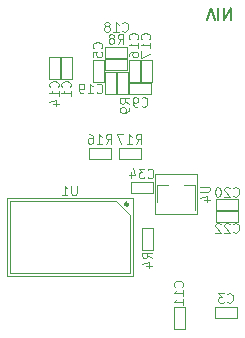
<source format=gbr>
%TF.GenerationSoftware,KiCad,Pcbnew,(5.1.6)-1*%
%TF.CreationDate,2020-09-21T21:17:43+08:00*%
%TF.ProjectId,f1c200s_core,66316332-3030-4735-9f63-6f72652e6b69,rev?*%
%TF.SameCoordinates,Original*%
%TF.FileFunction,Legend,Bot*%
%TF.FilePolarity,Positive*%
%FSLAX46Y46*%
G04 Gerber Fmt 4.6, Leading zero omitted, Abs format (unit mm)*
G04 Created by KiCad (PCBNEW (5.1.6)-1) date 2020-09-21 21:17:43*
%MOMM*%
%LPD*%
G01*
G04 APERTURE LIST*
%ADD10C,0.150000*%
%ADD11C,0.120000*%
%ADD12C,0.254000*%
G04 APERTURE END LIST*
D10*
X108456761Y-50922619D02*
X108790095Y-49922619D01*
X109123428Y-50922619D01*
X109456761Y-49922619D02*
X109456761Y-50922619D01*
X109932952Y-49922619D02*
X109932952Y-50922619D01*
X110504380Y-49922619D01*
X110504380Y-50922619D01*
D11*
%TO.C,R17*%
X101002000Y-62656000D02*
X102862000Y-62656000D01*
X101002000Y-61716000D02*
X101002000Y-62656000D01*
X102862000Y-61716000D02*
X101002000Y-61716000D01*
X102862000Y-62656000D02*
X102862000Y-61716000D01*
%TO.C,R16*%
X98462000Y-62656000D02*
X100322000Y-62656000D01*
X98462000Y-61716000D02*
X98462000Y-62656000D01*
X100322000Y-61716000D02*
X98462000Y-61716000D01*
X100322000Y-62656000D02*
X100322000Y-61716000D01*
%TO.C,U4*%
X104289000Y-64855000D02*
X105219000Y-64855000D01*
X107449000Y-64855000D02*
X106519000Y-64855000D01*
X107619000Y-67315000D02*
X107619000Y-63915000D01*
X107619000Y-63915000D02*
X104119000Y-63915000D01*
X104119000Y-63915000D02*
X104119000Y-67315000D01*
X104119000Y-67315000D02*
X107619000Y-67315000D01*
X107449000Y-64855000D02*
X107449000Y-67015000D01*
X104289000Y-64855000D02*
X104289000Y-66315000D01*
D12*
%TO.C,U1*%
X101805000Y-66504000D02*
G75*
G03*
X101805000Y-66504000I-127000J0D01*
G01*
D11*
X102186000Y-65996000D02*
X91518000Y-65996000D01*
X102186000Y-72600000D02*
X102186000Y-65996000D01*
X91518000Y-72600000D02*
X102186000Y-72600000D01*
X91518000Y-65996000D02*
X91518000Y-72600000D01*
X101932000Y-72346000D02*
X101932000Y-67393000D01*
X91772000Y-72346000D02*
X101932000Y-72346000D01*
X91772000Y-66250000D02*
X91772000Y-72346000D01*
X100789000Y-66250000D02*
X91772000Y-66250000D01*
X101932000Y-67393000D02*
X100789000Y-66250000D01*
%TO.C,R9*%
X100827000Y-57147000D02*
X101767000Y-57147000D01*
X101767000Y-57147000D02*
X101767000Y-55287000D01*
X101767000Y-55287000D02*
X100827000Y-55287000D01*
X100827000Y-55287000D02*
X100827000Y-57147000D01*
%TO.C,R8*%
X99859000Y-54223000D02*
X99859000Y-55163000D01*
X99859000Y-55163000D02*
X101719000Y-55163000D01*
X101719000Y-55163000D02*
X101719000Y-54223000D01*
X101719000Y-54223000D02*
X99859000Y-54223000D01*
%TO.C,R4*%
X103926000Y-68495000D02*
X102986000Y-68495000D01*
X102986000Y-68495000D02*
X102986000Y-70355000D01*
X102986000Y-70355000D02*
X103926000Y-70355000D01*
X103926000Y-70355000D02*
X103926000Y-68495000D01*
%TO.C,C34*%
X103878000Y-65577000D02*
X103878000Y-64637000D01*
X103878000Y-64637000D02*
X102018000Y-64637000D01*
X102018000Y-64637000D02*
X102018000Y-65577000D01*
X102018000Y-65577000D02*
X103878000Y-65577000D01*
%TO.C,C22*%
X111117000Y-67990000D02*
X111117000Y-67050000D01*
X111117000Y-67050000D02*
X109257000Y-67050000D01*
X109257000Y-67050000D02*
X109257000Y-67990000D01*
X109257000Y-67990000D02*
X111117000Y-67990000D01*
%TO.C,C20*%
X111117000Y-66974000D02*
X111117000Y-66034000D01*
X111117000Y-66034000D02*
X109257000Y-66034000D01*
X109257000Y-66034000D02*
X109257000Y-66974000D01*
X109257000Y-66974000D02*
X111117000Y-66974000D01*
%TO.C,C19*%
X100751000Y-55287000D02*
X99811000Y-55287000D01*
X99811000Y-55287000D02*
X99811000Y-57147000D01*
X99811000Y-57147000D02*
X100751000Y-57147000D01*
X100751000Y-57147000D02*
X100751000Y-55287000D01*
%TO.C,C18*%
X101719000Y-54147000D02*
X101719000Y-53207000D01*
X101719000Y-53207000D02*
X99859000Y-53207000D01*
X99859000Y-53207000D02*
X99859000Y-54147000D01*
X99859000Y-54147000D02*
X101719000Y-54147000D01*
%TO.C,C17*%
X103799000Y-54271000D02*
X102859000Y-54271000D01*
X102859000Y-54271000D02*
X102859000Y-56131000D01*
X102859000Y-56131000D02*
X103799000Y-56131000D01*
X103799000Y-56131000D02*
X103799000Y-54271000D01*
%TO.C,C16*%
X102783000Y-54271000D02*
X101843000Y-54271000D01*
X101843000Y-54271000D02*
X101843000Y-56131000D01*
X101843000Y-56131000D02*
X102783000Y-56131000D01*
X102783000Y-56131000D02*
X102783000Y-54271000D01*
%TO.C,C14*%
X96052000Y-54017000D02*
X95112000Y-54017000D01*
X95112000Y-54017000D02*
X95112000Y-55877000D01*
X95112000Y-55877000D02*
X96052000Y-55877000D01*
X96052000Y-55877000D02*
X96052000Y-54017000D01*
%TO.C,C11*%
X105653000Y-77086000D02*
X106593000Y-77086000D01*
X106593000Y-77086000D02*
X106593000Y-75226000D01*
X106593000Y-75226000D02*
X105653000Y-75226000D01*
X105653000Y-75226000D02*
X105653000Y-77086000D01*
%TO.C,C9*%
X103751000Y-57195000D02*
X103751000Y-56255000D01*
X103751000Y-56255000D02*
X101891000Y-56255000D01*
X101891000Y-56255000D02*
X101891000Y-57195000D01*
X101891000Y-57195000D02*
X103751000Y-57195000D01*
%TO.C,C5*%
X99735000Y-54271000D02*
X98795000Y-54271000D01*
X98795000Y-54271000D02*
X98795000Y-56131000D01*
X98795000Y-56131000D02*
X99735000Y-56131000D01*
X99735000Y-56131000D02*
X99735000Y-54271000D01*
%TO.C,C3*%
X111013000Y-76118000D02*
X111013000Y-75178000D01*
X111013000Y-75178000D02*
X109153000Y-75178000D01*
X109153000Y-75178000D02*
X109153000Y-76118000D01*
X109153000Y-76118000D02*
X111013000Y-76118000D01*
%TO.C,C1*%
X96128000Y-55877000D02*
X97068000Y-55877000D01*
X97068000Y-55877000D02*
X97068000Y-54017000D01*
X97068000Y-54017000D02*
X96128000Y-54017000D01*
X96128000Y-54017000D02*
X96128000Y-55877000D01*
%TO.C,R17*%
X102446285Y-61377904D02*
X102712952Y-60996952D01*
X102903428Y-61377904D02*
X102903428Y-60577904D01*
X102598666Y-60577904D01*
X102522476Y-60616000D01*
X102484380Y-60654095D01*
X102446285Y-60730285D01*
X102446285Y-60844571D01*
X102484380Y-60920761D01*
X102522476Y-60958857D01*
X102598666Y-60996952D01*
X102903428Y-60996952D01*
X101684380Y-61377904D02*
X102141523Y-61377904D01*
X101912952Y-61377904D02*
X101912952Y-60577904D01*
X101989142Y-60692190D01*
X102065333Y-60768380D01*
X102141523Y-60806476D01*
X101417714Y-60577904D02*
X100884380Y-60577904D01*
X101227238Y-61377904D01*
%TO.C,R16*%
X99906285Y-61377904D02*
X100172952Y-60996952D01*
X100363428Y-61377904D02*
X100363428Y-60577904D01*
X100058666Y-60577904D01*
X99982476Y-60616000D01*
X99944380Y-60654095D01*
X99906285Y-60730285D01*
X99906285Y-60844571D01*
X99944380Y-60920761D01*
X99982476Y-60958857D01*
X100058666Y-60996952D01*
X100363428Y-60996952D01*
X99144380Y-61377904D02*
X99601523Y-61377904D01*
X99372952Y-61377904D02*
X99372952Y-60577904D01*
X99449142Y-60692190D01*
X99525333Y-60768380D01*
X99601523Y-60806476D01*
X98458666Y-60577904D02*
X98611047Y-60577904D01*
X98687238Y-60616000D01*
X98725333Y-60654095D01*
X98801523Y-60768380D01*
X98839619Y-60920761D01*
X98839619Y-61225523D01*
X98801523Y-61301714D01*
X98763428Y-61339809D01*
X98687238Y-61377904D01*
X98534857Y-61377904D01*
X98458666Y-61339809D01*
X98420571Y-61301714D01*
X98382476Y-61225523D01*
X98382476Y-61035047D01*
X98420571Y-60958857D01*
X98458666Y-60920761D01*
X98534857Y-60882666D01*
X98687238Y-60882666D01*
X98763428Y-60920761D01*
X98801523Y-60958857D01*
X98839619Y-61035047D01*
%TO.C,U4*%
X107930904Y-65005476D02*
X108578523Y-65005476D01*
X108654714Y-65043571D01*
X108692809Y-65081666D01*
X108730904Y-65157857D01*
X108730904Y-65310238D01*
X108692809Y-65386428D01*
X108654714Y-65424523D01*
X108578523Y-65462619D01*
X107930904Y-65462619D01*
X108197571Y-66186428D02*
X108730904Y-66186428D01*
X107892809Y-65995952D02*
X108464238Y-65805476D01*
X108464238Y-66300714D01*
%TO.C,U1*%
X97461523Y-64922904D02*
X97461523Y-65570523D01*
X97423428Y-65646714D01*
X97385333Y-65684809D01*
X97309142Y-65722904D01*
X97156761Y-65722904D01*
X97080571Y-65684809D01*
X97042476Y-65646714D01*
X97004380Y-65570523D01*
X97004380Y-64922904D01*
X96204380Y-65722904D02*
X96661523Y-65722904D01*
X96432952Y-65722904D02*
X96432952Y-64922904D01*
X96509142Y-65037190D01*
X96585333Y-65113380D01*
X96661523Y-65151476D01*
%TO.C,R9*%
X101912904Y-57988666D02*
X101531952Y-57722000D01*
X101912904Y-57531523D02*
X101112904Y-57531523D01*
X101112904Y-57836285D01*
X101151000Y-57912476D01*
X101189095Y-57950571D01*
X101265285Y-57988666D01*
X101379571Y-57988666D01*
X101455761Y-57950571D01*
X101493857Y-57912476D01*
X101531952Y-57836285D01*
X101531952Y-57531523D01*
X101912904Y-58369619D02*
X101912904Y-58522000D01*
X101874809Y-58598190D01*
X101836714Y-58636285D01*
X101722428Y-58712476D01*
X101570047Y-58750571D01*
X101265285Y-58750571D01*
X101189095Y-58712476D01*
X101151000Y-58674380D01*
X101112904Y-58598190D01*
X101112904Y-58445809D01*
X101151000Y-58369619D01*
X101189095Y-58331523D01*
X101265285Y-58293428D01*
X101455761Y-58293428D01*
X101531952Y-58331523D01*
X101570047Y-58369619D01*
X101608142Y-58445809D01*
X101608142Y-58598190D01*
X101570047Y-58674380D01*
X101531952Y-58712476D01*
X101455761Y-58750571D01*
%TO.C,R8*%
X100922333Y-52895904D02*
X101189000Y-52514952D01*
X101379476Y-52895904D02*
X101379476Y-52095904D01*
X101074714Y-52095904D01*
X100998523Y-52134000D01*
X100960428Y-52172095D01*
X100922333Y-52248285D01*
X100922333Y-52362571D01*
X100960428Y-52438761D01*
X100998523Y-52476857D01*
X101074714Y-52514952D01*
X101379476Y-52514952D01*
X100465190Y-52438761D02*
X100541380Y-52400666D01*
X100579476Y-52362571D01*
X100617571Y-52286380D01*
X100617571Y-52248285D01*
X100579476Y-52172095D01*
X100541380Y-52134000D01*
X100465190Y-52095904D01*
X100312809Y-52095904D01*
X100236619Y-52134000D01*
X100198523Y-52172095D01*
X100160428Y-52248285D01*
X100160428Y-52286380D01*
X100198523Y-52362571D01*
X100236619Y-52400666D01*
X100312809Y-52438761D01*
X100465190Y-52438761D01*
X100541380Y-52476857D01*
X100579476Y-52514952D01*
X100617571Y-52591142D01*
X100617571Y-52743523D01*
X100579476Y-52819714D01*
X100541380Y-52857809D01*
X100465190Y-52895904D01*
X100312809Y-52895904D01*
X100236619Y-52857809D01*
X100198523Y-52819714D01*
X100160428Y-52743523D01*
X100160428Y-52591142D01*
X100198523Y-52514952D01*
X100236619Y-52476857D01*
X100312809Y-52438761D01*
%TO.C,R4*%
X103817904Y-71069666D02*
X103436952Y-70803000D01*
X103817904Y-70612523D02*
X103017904Y-70612523D01*
X103017904Y-70917285D01*
X103056000Y-70993476D01*
X103094095Y-71031571D01*
X103170285Y-71069666D01*
X103284571Y-71069666D01*
X103360761Y-71031571D01*
X103398857Y-70993476D01*
X103436952Y-70917285D01*
X103436952Y-70612523D01*
X103284571Y-71755380D02*
X103817904Y-71755380D01*
X102979809Y-71564904D02*
X103551238Y-71374428D01*
X103551238Y-71869666D01*
%TO.C,C34*%
X103462285Y-64222714D02*
X103500380Y-64260809D01*
X103614666Y-64298904D01*
X103690857Y-64298904D01*
X103805142Y-64260809D01*
X103881333Y-64184619D01*
X103919428Y-64108428D01*
X103957523Y-63956047D01*
X103957523Y-63841761D01*
X103919428Y-63689380D01*
X103881333Y-63613190D01*
X103805142Y-63537000D01*
X103690857Y-63498904D01*
X103614666Y-63498904D01*
X103500380Y-63537000D01*
X103462285Y-63575095D01*
X103195619Y-63498904D02*
X102700380Y-63498904D01*
X102967047Y-63803666D01*
X102852761Y-63803666D01*
X102776571Y-63841761D01*
X102738476Y-63879857D01*
X102700380Y-63956047D01*
X102700380Y-64146523D01*
X102738476Y-64222714D01*
X102776571Y-64260809D01*
X102852761Y-64298904D01*
X103081333Y-64298904D01*
X103157523Y-64260809D01*
X103195619Y-64222714D01*
X102014666Y-63765571D02*
X102014666Y-64298904D01*
X102205142Y-63460809D02*
X102395619Y-64032238D01*
X101900380Y-64032238D01*
%TO.C,C22*%
X110701285Y-68821714D02*
X110739380Y-68859809D01*
X110853666Y-68897904D01*
X110929857Y-68897904D01*
X111044142Y-68859809D01*
X111120333Y-68783619D01*
X111158428Y-68707428D01*
X111196523Y-68555047D01*
X111196523Y-68440761D01*
X111158428Y-68288380D01*
X111120333Y-68212190D01*
X111044142Y-68136000D01*
X110929857Y-68097904D01*
X110853666Y-68097904D01*
X110739380Y-68136000D01*
X110701285Y-68174095D01*
X110396523Y-68174095D02*
X110358428Y-68136000D01*
X110282238Y-68097904D01*
X110091761Y-68097904D01*
X110015571Y-68136000D01*
X109977476Y-68174095D01*
X109939380Y-68250285D01*
X109939380Y-68326476D01*
X109977476Y-68440761D01*
X110434619Y-68897904D01*
X109939380Y-68897904D01*
X109634619Y-68174095D02*
X109596523Y-68136000D01*
X109520333Y-68097904D01*
X109329857Y-68097904D01*
X109253666Y-68136000D01*
X109215571Y-68174095D01*
X109177476Y-68250285D01*
X109177476Y-68326476D01*
X109215571Y-68440761D01*
X109672714Y-68897904D01*
X109177476Y-68897904D01*
%TO.C,C20*%
X110701285Y-65773714D02*
X110739380Y-65811809D01*
X110853666Y-65849904D01*
X110929857Y-65849904D01*
X111044142Y-65811809D01*
X111120333Y-65735619D01*
X111158428Y-65659428D01*
X111196523Y-65507047D01*
X111196523Y-65392761D01*
X111158428Y-65240380D01*
X111120333Y-65164190D01*
X111044142Y-65088000D01*
X110929857Y-65049904D01*
X110853666Y-65049904D01*
X110739380Y-65088000D01*
X110701285Y-65126095D01*
X110396523Y-65126095D02*
X110358428Y-65088000D01*
X110282238Y-65049904D01*
X110091761Y-65049904D01*
X110015571Y-65088000D01*
X109977476Y-65126095D01*
X109939380Y-65202285D01*
X109939380Y-65278476D01*
X109977476Y-65392761D01*
X110434619Y-65849904D01*
X109939380Y-65849904D01*
X109444142Y-65049904D02*
X109367952Y-65049904D01*
X109291761Y-65088000D01*
X109253666Y-65126095D01*
X109215571Y-65202285D01*
X109177476Y-65354666D01*
X109177476Y-65545142D01*
X109215571Y-65697523D01*
X109253666Y-65773714D01*
X109291761Y-65811809D01*
X109367952Y-65849904D01*
X109444142Y-65849904D01*
X109520333Y-65811809D01*
X109558428Y-65773714D01*
X109596523Y-65697523D01*
X109634619Y-65545142D01*
X109634619Y-65354666D01*
X109596523Y-65202285D01*
X109558428Y-65126095D01*
X109520333Y-65088000D01*
X109444142Y-65049904D01*
%TO.C,C19*%
X99144285Y-57010714D02*
X99182380Y-57048809D01*
X99296666Y-57086904D01*
X99372857Y-57086904D01*
X99487142Y-57048809D01*
X99563333Y-56972619D01*
X99601428Y-56896428D01*
X99639523Y-56744047D01*
X99639523Y-56629761D01*
X99601428Y-56477380D01*
X99563333Y-56401190D01*
X99487142Y-56325000D01*
X99372857Y-56286904D01*
X99296666Y-56286904D01*
X99182380Y-56325000D01*
X99144285Y-56363095D01*
X98382380Y-57086904D02*
X98839523Y-57086904D01*
X98610952Y-57086904D02*
X98610952Y-56286904D01*
X98687142Y-56401190D01*
X98763333Y-56477380D01*
X98839523Y-56515476D01*
X98001428Y-57086904D02*
X97849047Y-57086904D01*
X97772857Y-57048809D01*
X97734761Y-57010714D01*
X97658571Y-56896428D01*
X97620476Y-56744047D01*
X97620476Y-56439285D01*
X97658571Y-56363095D01*
X97696666Y-56325000D01*
X97772857Y-56286904D01*
X97925238Y-56286904D01*
X98001428Y-56325000D01*
X98039523Y-56363095D01*
X98077619Y-56439285D01*
X98077619Y-56629761D01*
X98039523Y-56705952D01*
X98001428Y-56744047D01*
X97925238Y-56782142D01*
X97772857Y-56782142D01*
X97696666Y-56744047D01*
X97658571Y-56705952D01*
X97620476Y-56629761D01*
%TO.C,C18*%
X101303285Y-51803714D02*
X101341380Y-51841809D01*
X101455666Y-51879904D01*
X101531857Y-51879904D01*
X101646142Y-51841809D01*
X101722333Y-51765619D01*
X101760428Y-51689428D01*
X101798523Y-51537047D01*
X101798523Y-51422761D01*
X101760428Y-51270380D01*
X101722333Y-51194190D01*
X101646142Y-51118000D01*
X101531857Y-51079904D01*
X101455666Y-51079904D01*
X101341380Y-51118000D01*
X101303285Y-51156095D01*
X100541380Y-51879904D02*
X100998523Y-51879904D01*
X100769952Y-51879904D02*
X100769952Y-51079904D01*
X100846142Y-51194190D01*
X100922333Y-51270380D01*
X100998523Y-51308476D01*
X100084238Y-51422761D02*
X100160428Y-51384666D01*
X100198523Y-51346571D01*
X100236619Y-51270380D01*
X100236619Y-51232285D01*
X100198523Y-51156095D01*
X100160428Y-51118000D01*
X100084238Y-51079904D01*
X99931857Y-51079904D01*
X99855666Y-51118000D01*
X99817571Y-51156095D01*
X99779476Y-51232285D01*
X99779476Y-51270380D01*
X99817571Y-51346571D01*
X99855666Y-51384666D01*
X99931857Y-51422761D01*
X100084238Y-51422761D01*
X100160428Y-51460857D01*
X100198523Y-51498952D01*
X100236619Y-51575142D01*
X100236619Y-51727523D01*
X100198523Y-51803714D01*
X100160428Y-51841809D01*
X100084238Y-51879904D01*
X99931857Y-51879904D01*
X99855666Y-51841809D01*
X99817571Y-51803714D01*
X99779476Y-51727523D01*
X99779476Y-51575142D01*
X99817571Y-51498952D01*
X99855666Y-51460857D01*
X99931857Y-51422761D01*
%TO.C,C17*%
X103614714Y-52527714D02*
X103652809Y-52489619D01*
X103690904Y-52375333D01*
X103690904Y-52299142D01*
X103652809Y-52184857D01*
X103576619Y-52108666D01*
X103500428Y-52070571D01*
X103348047Y-52032476D01*
X103233761Y-52032476D01*
X103081380Y-52070571D01*
X103005190Y-52108666D01*
X102929000Y-52184857D01*
X102890904Y-52299142D01*
X102890904Y-52375333D01*
X102929000Y-52489619D01*
X102967095Y-52527714D01*
X103690904Y-53289619D02*
X103690904Y-52832476D01*
X103690904Y-53061047D02*
X102890904Y-53061047D01*
X103005190Y-52984857D01*
X103081380Y-52908666D01*
X103119476Y-52832476D01*
X102890904Y-53556285D02*
X102890904Y-54089619D01*
X103690904Y-53746761D01*
%TO.C,C16*%
X102598714Y-52527714D02*
X102636809Y-52489619D01*
X102674904Y-52375333D01*
X102674904Y-52299142D01*
X102636809Y-52184857D01*
X102560619Y-52108666D01*
X102484428Y-52070571D01*
X102332047Y-52032476D01*
X102217761Y-52032476D01*
X102065380Y-52070571D01*
X101989190Y-52108666D01*
X101913000Y-52184857D01*
X101874904Y-52299142D01*
X101874904Y-52375333D01*
X101913000Y-52489619D01*
X101951095Y-52527714D01*
X102674904Y-53289619D02*
X102674904Y-52832476D01*
X102674904Y-53061047D02*
X101874904Y-53061047D01*
X101989190Y-52984857D01*
X102065380Y-52908666D01*
X102103476Y-52832476D01*
X101874904Y-53975333D02*
X101874904Y-53822952D01*
X101913000Y-53746761D01*
X101951095Y-53708666D01*
X102065380Y-53632476D01*
X102217761Y-53594380D01*
X102522523Y-53594380D01*
X102598714Y-53632476D01*
X102636809Y-53670571D01*
X102674904Y-53746761D01*
X102674904Y-53899142D01*
X102636809Y-53975333D01*
X102598714Y-54013428D01*
X102522523Y-54051523D01*
X102332047Y-54051523D01*
X102255857Y-54013428D01*
X102217761Y-53975333D01*
X102179666Y-53899142D01*
X102179666Y-53746761D01*
X102217761Y-53670571D01*
X102255857Y-53632476D01*
X102332047Y-53594380D01*
%TO.C,C14*%
X95867714Y-56591714D02*
X95905809Y-56553619D01*
X95943904Y-56439333D01*
X95943904Y-56363142D01*
X95905809Y-56248857D01*
X95829619Y-56172666D01*
X95753428Y-56134571D01*
X95601047Y-56096476D01*
X95486761Y-56096476D01*
X95334380Y-56134571D01*
X95258190Y-56172666D01*
X95182000Y-56248857D01*
X95143904Y-56363142D01*
X95143904Y-56439333D01*
X95182000Y-56553619D01*
X95220095Y-56591714D01*
X95943904Y-57353619D02*
X95943904Y-56896476D01*
X95943904Y-57125047D02*
X95143904Y-57125047D01*
X95258190Y-57048857D01*
X95334380Y-56972666D01*
X95372476Y-56896476D01*
X95410571Y-58039333D02*
X95943904Y-58039333D01*
X95105809Y-57848857D02*
X95677238Y-57658380D01*
X95677238Y-58153619D01*
%TO.C,C11*%
X106408714Y-73482714D02*
X106446809Y-73444619D01*
X106484904Y-73330333D01*
X106484904Y-73254142D01*
X106446809Y-73139857D01*
X106370619Y-73063666D01*
X106294428Y-73025571D01*
X106142047Y-72987476D01*
X106027761Y-72987476D01*
X105875380Y-73025571D01*
X105799190Y-73063666D01*
X105723000Y-73139857D01*
X105684904Y-73254142D01*
X105684904Y-73330333D01*
X105723000Y-73444619D01*
X105761095Y-73482714D01*
X106484904Y-74244619D02*
X106484904Y-73787476D01*
X106484904Y-74016047D02*
X105684904Y-74016047D01*
X105799190Y-73939857D01*
X105875380Y-73863666D01*
X105913476Y-73787476D01*
X106484904Y-75006523D02*
X106484904Y-74549380D01*
X106484904Y-74777952D02*
X105684904Y-74777952D01*
X105799190Y-74701761D01*
X105875380Y-74625571D01*
X105913476Y-74549380D01*
%TO.C,C9*%
X102954333Y-58153714D02*
X102992428Y-58191809D01*
X103106714Y-58229904D01*
X103182904Y-58229904D01*
X103297190Y-58191809D01*
X103373380Y-58115619D01*
X103411476Y-58039428D01*
X103449571Y-57887047D01*
X103449571Y-57772761D01*
X103411476Y-57620380D01*
X103373380Y-57544190D01*
X103297190Y-57468000D01*
X103182904Y-57429904D01*
X103106714Y-57429904D01*
X102992428Y-57468000D01*
X102954333Y-57506095D01*
X102573380Y-58229904D02*
X102421000Y-58229904D01*
X102344809Y-58191809D01*
X102306714Y-58153714D01*
X102230523Y-58039428D01*
X102192428Y-57887047D01*
X102192428Y-57582285D01*
X102230523Y-57506095D01*
X102268619Y-57468000D01*
X102344809Y-57429904D01*
X102497190Y-57429904D01*
X102573380Y-57468000D01*
X102611476Y-57506095D01*
X102649571Y-57582285D01*
X102649571Y-57772761D01*
X102611476Y-57848952D01*
X102573380Y-57887047D01*
X102497190Y-57925142D01*
X102344809Y-57925142D01*
X102268619Y-57887047D01*
X102230523Y-57848952D01*
X102192428Y-57772761D01*
%TO.C,C5*%
X99550714Y-53289666D02*
X99588809Y-53251571D01*
X99626904Y-53137285D01*
X99626904Y-53061095D01*
X99588809Y-52946809D01*
X99512619Y-52870619D01*
X99436428Y-52832523D01*
X99284047Y-52794428D01*
X99169761Y-52794428D01*
X99017380Y-52832523D01*
X98941190Y-52870619D01*
X98865000Y-52946809D01*
X98826904Y-53061095D01*
X98826904Y-53137285D01*
X98865000Y-53251571D01*
X98903095Y-53289666D01*
X98826904Y-54013476D02*
X98826904Y-53632523D01*
X99207857Y-53594428D01*
X99169761Y-53632523D01*
X99131666Y-53708714D01*
X99131666Y-53899190D01*
X99169761Y-53975380D01*
X99207857Y-54013476D01*
X99284047Y-54051571D01*
X99474523Y-54051571D01*
X99550714Y-54013476D01*
X99588809Y-53975380D01*
X99626904Y-53899190D01*
X99626904Y-53708714D01*
X99588809Y-53632523D01*
X99550714Y-53594428D01*
%TO.C,C3*%
X110216333Y-74763714D02*
X110254428Y-74801809D01*
X110368714Y-74839904D01*
X110444904Y-74839904D01*
X110559190Y-74801809D01*
X110635380Y-74725619D01*
X110673476Y-74649428D01*
X110711571Y-74497047D01*
X110711571Y-74382761D01*
X110673476Y-74230380D01*
X110635380Y-74154190D01*
X110559190Y-74078000D01*
X110444904Y-74039904D01*
X110368714Y-74039904D01*
X110254428Y-74078000D01*
X110216333Y-74116095D01*
X109949666Y-74039904D02*
X109454428Y-74039904D01*
X109721095Y-74344666D01*
X109606809Y-74344666D01*
X109530619Y-74382761D01*
X109492523Y-74420857D01*
X109454428Y-74497047D01*
X109454428Y-74687523D01*
X109492523Y-74763714D01*
X109530619Y-74801809D01*
X109606809Y-74839904D01*
X109835380Y-74839904D01*
X109911571Y-74801809D01*
X109949666Y-74763714D01*
%TO.C,C1*%
X96883714Y-56591666D02*
X96921809Y-56553571D01*
X96959904Y-56439285D01*
X96959904Y-56363095D01*
X96921809Y-56248809D01*
X96845619Y-56172619D01*
X96769428Y-56134523D01*
X96617047Y-56096428D01*
X96502761Y-56096428D01*
X96350380Y-56134523D01*
X96274190Y-56172619D01*
X96198000Y-56248809D01*
X96159904Y-56363095D01*
X96159904Y-56439285D01*
X96198000Y-56553571D01*
X96236095Y-56591666D01*
X96959904Y-57353571D02*
X96959904Y-56896428D01*
X96959904Y-57125000D02*
X96159904Y-57125000D01*
X96274190Y-57048809D01*
X96350380Y-56972619D01*
X96388476Y-56896428D01*
%TD*%
M02*

</source>
